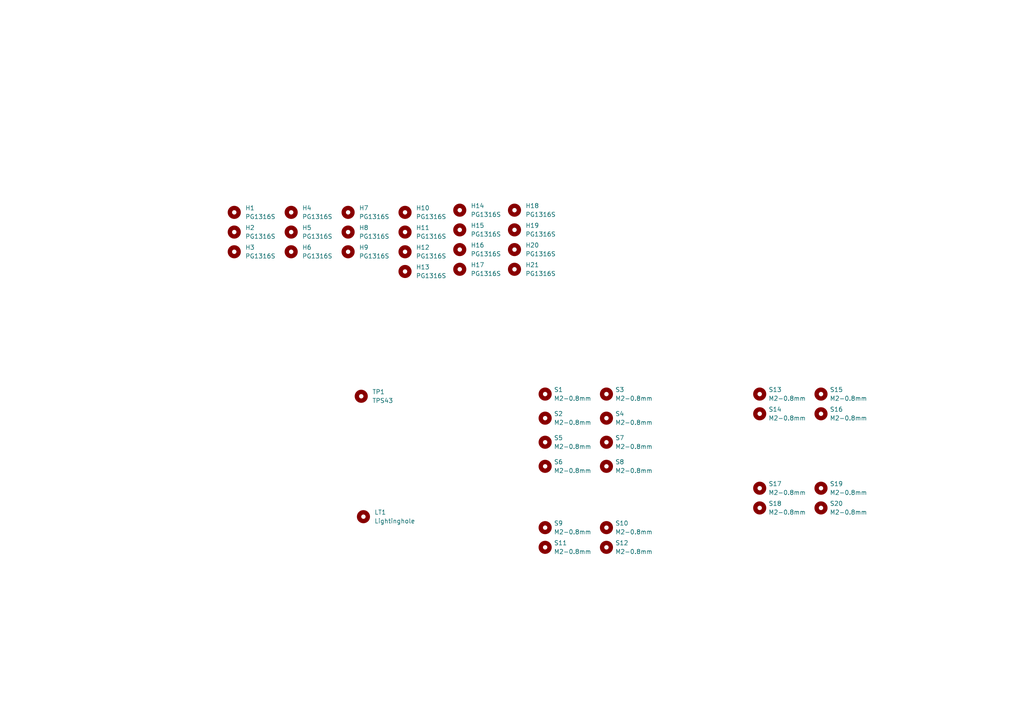
<source format=kicad_sch>
(kicad_sch (version 20230121) (generator eeschema)
  (paper "A4")
  (lib_symbols
    (symbol "Mechanical:MountingHole" (pin_names (offset 1.016))
      (property "Reference" "H" (at 0 5.08 0))
      (property "Value" "MountingHole" (at 0 3.175 0))
      (symbol "MountingHole_0_1"
        (circle (center 0 0) (radius 1.27) (stroke (width 1.27)))
      )
    )
  )
  (symbol (lib_id "Mechanical:MountingHole") (at 149.225 72.39 0) (unit 1)
    (property "Reference" "H20" (at 152.4 71.12 0) (effects (justify left)))
    (property "Value" "PG1316S" (at 152.4 73.66 0) (effects (justify left)))
    (property "Footprint" "DreaM117er-keebLibrary:SW_Kailh_PG1316S_Hole_1.00u" (effects hide))
  )
  (symbol (lib_id "Mechanical:MountingHole") (at 238.125 147.32 0) (unit 1)
    (property "Reference" "S20" (at 240.665 146.05 0) (effects (justify left)))
    (property "Value" "M2-0.8mm" (at 240.665 148.59 0) (effects (justify left)))
    (property "Footprint" "MountingHole:MountingHole_2.2mm_M2_DIN965" (effects hide))
  )
  (symbol (lib_id "Mechanical:MountingHole") (at 100.965 73.025 0) (unit 1)
    (property "Reference" "H9" (at 104.14 71.755 0) (effects (justify left)))
    (property "Value" "PG1316S" (at 104.14 74.295 0) (effects (justify left)))
    (property "Footprint" "DreaM117er-keebLibrary:SW_Kailh_PG1316S_Hole_1.00u" (effects hide))
  )
  (symbol (lib_id "Mechanical:MountingHole") (at 158.115 114.3 0) (unit 1)
    (property "Reference" "S1" (at 160.655 113.03 0) (effects (justify left)))
    (property "Value" "M2-0.8mm" (at 160.655 115.57 0) (effects (justify left)))
    (property "Footprint" "MountingHole:MountingHole_2.2mm_M2_DIN965" (effects hide))
  )
  (symbol (lib_id "Mechanical:MountingHole") (at 175.895 114.3 0) (unit 1)
    (property "Reference" "S3" (at 178.435 113.03 0) (effects (justify left)))
    (property "Value" "M2-0.8mm" (at 178.435 115.57 0) (effects (justify left)))
    (property "Footprint" "MountingHole:MountingHole_2.2mm_M2_DIN965" (effects hide))
  )
  (symbol (lib_id "Mechanical:MountingHole") (at 100.965 61.595 0) (unit 1)
    (property "Reference" "H7" (at 104.14 60.325 0) (effects (justify left)))
    (property "Value" "PG1316S" (at 104.14 62.865 0) (effects (justify left)))
    (property "Footprint" "DreaM117er-keebLibrary:SW_Kailh_PG1316S_Hole_1.00u" (effects hide))
  )
  (symbol (lib_id "Mechanical:MountingHole") (at 149.225 78.105 0) (unit 1)
    (property "Reference" "H21" (at 152.4 76.835 0) (effects (justify left)))
    (property "Value" "PG1316S" (at 152.4 79.375 0) (effects (justify left)))
    (property "Footprint" "DreaM117er-keebLibrary:SW_Kailh_PG1316S_Hole_1.00u" (effects hide))
  )
  (symbol (lib_id "Mechanical:MountingHole") (at 149.225 66.675 0) (unit 1)
    (property "Reference" "H19" (at 152.4 65.405 0) (effects (justify left)))
    (property "Value" "PG1316S" (at 152.4 67.945 0) (effects (justify left)))
    (property "Footprint" "DreaM117er-keebLibrary:SW_Kailh_PG1316S_Hole_1.00u" (effects hide))
  )
  (symbol (lib_id "Mechanical:MountingHole") (at 133.35 60.96 0) (unit 1)
    (property "Reference" "H14" (at 136.525 59.69 0) (effects (justify left)))
    (property "Value" "PG1316S" (at 136.525 62.23 0) (effects (justify left)))
    (property "Footprint" "DreaM117er-keebLibrary:SW_Kailh_PG1316S_Hole_1.00u" (effects hide))
  )
  (symbol (lib_id "Mechanical:MountingHole") (at 117.475 67.31 0) (unit 1)
    (property "Reference" "H11" (at 120.65 66.04 0) (effects (justify left)))
    (property "Value" "PG1316S" (at 120.65 68.58 0) (effects (justify left)))
    (property "Footprint" "DreaM117er-keebLibrary:SW_Kailh_PG1316S_Hole_1.00u" (effects hide))
  )
  (symbol (lib_id "Mechanical:MountingHole") (at 175.895 121.285 0) (unit 1)
    (property "Reference" "S4" (at 178.435 120.015 0) (effects (justify left)))
    (property "Value" "M2-0.8mm" (at 178.435 122.555 0) (effects (justify left)))
    (property "Footprint" "MountingHole:MountingHole_2.2mm_M2_DIN965" (effects hide))
  )
  (symbol (lib_id "Mechanical:MountingHole") (at 133.35 66.675 0) (unit 1)
    (property "Reference" "H15" (at 136.525 65.405 0) (effects (justify left)))
    (property "Value" "PG1316S" (at 136.525 67.945 0) (effects (justify left)))
    (property "Footprint" "DreaM117er-keebLibrary:SW_Kailh_PG1316S_Hole_1.00u" (effects hide))
  )
  (symbol (lib_id "Mechanical:MountingHole") (at 105.41 149.86 0) (unit 1)
    (property "Reference" "LT1" (at 108.585 148.59 0) (effects (justify left)))
    (property "Value" "Lightinghole" (at 108.585 151.13 0) (effects (justify left)))
    (property "Footprint" "DreaM117er-keebLibrary:Lighting_hole_9mm" (effects hide))
  )
  (symbol (lib_id "Mechanical:MountingHole") (at 117.475 73.025 0) (unit 1)
    (property "Reference" "H12" (at 120.65 71.755 0) (effects (justify left)))
    (property "Value" "PG1316S" (at 120.65 74.295 0) (effects (justify left)))
    (property "Footprint" "DreaM117er-keebLibrary:SW_Kailh_PG1316S_Hole_1.00u" (effects hide))
  )
  (symbol (lib_id "Mechanical:MountingHole") (at 175.895 153.035 0) (unit 1)
    (property "Reference" "S10" (at 178.435 151.765 0) (effects (justify left)))
    (property "Value" "M2-0.8mm" (at 178.435 154.305 0) (effects (justify left)))
    (property "Footprint" "MountingHole:MountingHole_2.2mm_M2_DIN965" (effects hide))
  )
  (symbol (lib_id "Mechanical:MountingHole") (at 238.125 141.605 0) (unit 1)
    (property "Reference" "S19" (at 240.665 140.335 0) (effects (justify left)))
    (property "Value" "M2-0.8mm" (at 240.665 142.875 0) (effects (justify left)))
    (property "Footprint" "MountingHole:MountingHole_2.2mm_M2_DIN965" (effects hide))
  )
  (symbol (lib_id "Mechanical:MountingHole") (at 100.965 67.31 0) (unit 1)
    (property "Reference" "H8" (at 104.14 66.04 0) (effects (justify left)))
    (property "Value" "PG1316S" (at 104.14 68.58 0) (effects (justify left)))
    (property "Footprint" "DreaM117er-keebLibrary:SW_Kailh_PG1316S_Hole_1.00u" (effects hide))
  )
  (symbol (lib_id "Mechanical:MountingHole") (at 175.895 135.255 0) (unit 1)
    (property "Reference" "S8" (at 178.435 133.985 0) (effects (justify left)))
    (property "Value" "M2-0.8mm" (at 178.435 136.525 0) (effects (justify left)))
    (property "Footprint" "MountingHole:MountingHole_2.2mm_M2_DIN965" (effects hide))
  )
  (symbol (lib_id "Mechanical:MountingHole") (at 220.345 120.015 0) (unit 1)
    (property "Reference" "S14" (at 222.885 118.745 0) (effects (justify left)))
    (property "Value" "M2-0.8mm" (at 222.885 121.285 0) (effects (justify left)))
    (property "Footprint" "MountingHole:MountingHole_2.2mm_M2_DIN965" (effects hide))
  )
  (symbol (lib_id "Mechanical:MountingHole") (at 220.345 147.32 0) (unit 1)
    (property "Reference" "S18" (at 222.885 146.05 0) (effects (justify left)))
    (property "Value" "M2-0.8mm" (at 222.885 148.59 0) (effects (justify left)))
    (property "Footprint" "MountingHole:MountingHole_2.2mm_M2_DIN965" (effects hide))
  )
  (symbol (lib_id "Mechanical:MountingHole") (at 84.455 73.025 0) (unit 1)
    (property "Reference" "H6" (at 87.63 71.755 0) (effects (justify left)))
    (property "Value" "PG1316S" (at 87.63 74.295 0) (effects (justify left)))
    (property "Footprint" "DreaM117er-keebLibrary:SW_Kailh_PG1316S_Hole_1.00u" (effects hide))
  )
  (symbol (lib_id "Mechanical:MountingHole") (at 117.475 78.74 0) (unit 1)
    (property "Reference" "H13" (at 120.65 77.47 0) (effects (justify left)))
    (property "Value" "PG1316S" (at 120.65 80.01 0) (effects (justify left)))
    (property "Footprint" "DreaM117er-keebLibrary:SW_Kailh_PG1316S_Hole_1.00u" (effects hide))
  )
  (symbol (lib_id "Mechanical:MountingHole") (at 158.115 121.285 0) (unit 1)
    (property "Reference" "S2" (at 160.655 120.015 0) (effects (justify left)))
    (property "Value" "M2-0.8mm" (at 160.655 122.555 0) (effects (justify left)))
    (property "Footprint" "MountingHole:MountingHole_2.2mm_M2_DIN965" (effects hide))
  )
  (symbol (lib_id "Mechanical:MountingHole") (at 117.475 61.595 0) (unit 1)
    (property "Reference" "H10" (at 120.65 60.325 0) (effects (justify left)))
    (property "Value" "PG1316S" (at 120.65 62.865 0) (effects (justify left)))
    (property "Footprint" "DreaM117er-keebLibrary:SW_Kailh_PG1316S_Hole_1.00u" (effects hide))
  )
  (symbol (lib_id "Mechanical:MountingHole") (at 67.945 67.31 0) (unit 1)
    (property "Reference" "H2" (at 71.12 66.04 0) (effects (justify left)))
    (property "Value" "PG1316S" (at 71.12 68.58 0) (effects (justify left)))
    (property "Footprint" "DreaM117er-keebLibrary:SW_Kailh_PG1316S_Hole_1.00u" (effects hide))
  )
  (symbol (lib_id "Mechanical:MountingHole") (at 238.125 120.015 0) (unit 1)
    (property "Reference" "S16" (at 240.665 118.745 0) (effects (justify left)))
    (property "Value" "M2-0.8mm" (at 240.665 121.285 0) (effects (justify left)))
    (property "Footprint" "MountingHole:MountingHole_2.2mm_M2_DIN965" (effects hide))
  )
  (symbol (lib_id "Mechanical:MountingHole") (at 158.115 128.27 0) (unit 1)
    (property "Reference" "S5" (at 160.655 127 0) (effects (justify left)))
    (property "Value" "M2-0.8mm" (at 160.655 129.54 0) (effects (justify left)))
    (property "Footprint" "MountingHole:MountingHole_2.2mm_M2_DIN965" (effects hide))
  )
  (symbol (lib_id "Mechanical:MountingHole") (at 220.345 141.605 0) (unit 1)
    (property "Reference" "S17" (at 222.885 140.335 0) (effects (justify left)))
    (property "Value" "M2-0.8mm" (at 222.885 142.875 0) (effects (justify left)))
    (property "Footprint" "MountingHole:MountingHole_2.2mm_M2_DIN965" (effects hide))
  )
  (symbol (lib_id "Mechanical:MountingHole") (at 67.945 61.595 0) (unit 1)
    (property "Reference" "H1" (at 71.12 60.325 0) (effects (justify left)))
    (property "Value" "PG1316S" (at 71.12 62.865 0) (effects (justify left)))
    (property "Footprint" "DreaM117er-keebLibrary:SW_Kailh_PG1316S_Hole_1.00u" (effects hide))
  )
  (symbol (lib_id "Mechanical:MountingHole") (at 104.775 114.935 0) (unit 1)
    (property "Reference" "TP1" (at 107.95 113.665 0) (effects (justify left)))
    (property "Value" "TPS43" (at 107.95 116.205 0) (effects (justify left)))
    (property "Footprint" "DreaM117er-keebLibrary:Azoteq_TPS43_201A_S" (effects hide))
  )
  (symbol (lib_id "Mechanical:MountingHole") (at 67.945 73.025 0) (unit 1)
    (property "Reference" "H3" (at 71.12 71.755 0) (effects (justify left)))
    (property "Value" "PG1316S" (at 71.12 74.295 0) (effects (justify left)))
    (property "Footprint" "DreaM117er-keebLibrary:SW_Kailh_PG1316S_Hole_1.00u" (effects hide))
  )
  (symbol (lib_id "Mechanical:MountingHole") (at 175.895 128.27 0) (unit 1)
    (property "Reference" "S7" (at 178.435 127 0) (effects (justify left)))
    (property "Value" "M2-0.8mm" (at 178.435 129.54 0) (effects (justify left)))
    (property "Footprint" "MountingHole:MountingHole_2.2mm_M2_DIN965" (effects hide))
  )
  (symbol (lib_id "Mechanical:MountingHole") (at 84.455 67.31 0) (unit 1)
    (property "Reference" "H5" (at 87.63 66.04 0) (effects (justify left)))
    (property "Value" "PG1316S" (at 87.63 68.58 0) (effects (justify left)))
    (property "Footprint" "DreaM117er-keebLibrary:SW_Kailh_PG1316S_Hole_1.00u" (effects hide))
  )
  (symbol (lib_id "Mechanical:MountingHole") (at 133.35 72.39 0) (unit 1)
    (property "Reference" "H16" (at 136.525 71.12 0) (effects (justify left)))
    (property "Value" "PG1316S" (at 136.525 73.66 0) (effects (justify left)))
    (property "Footprint" "DreaM117er-keebLibrary:SW_Kailh_PG1316S_Hole_1.00u" (effects hide))
  )
  (symbol (lib_id "Mechanical:MountingHole") (at 84.455 61.595 0) (unit 1)
    (property "Reference" "H4" (at 87.63 60.325 0) (effects (justify left)))
    (property "Value" "PG1316S" (at 87.63 62.865 0) (effects (justify left)))
    (property "Footprint" "DreaM117er-keebLibrary:SW_Kailh_PG1316S_Hole_1.00u" (effects hide))
  )
  (symbol (lib_id "Mechanical:MountingHole") (at 149.225 60.96 0) (unit 1)
    (property "Reference" "H18" (at 152.4 59.69 0) (effects (justify left)))
    (property "Value" "PG1316S" (at 152.4 62.23 0) (effects (justify left)))
    (property "Footprint" "DreaM117er-keebLibrary:SW_Kailh_PG1316S_Hole_1.00u" (effects hide))
  )
  (symbol (lib_id "Mechanical:MountingHole") (at 158.115 153.035 0) (unit 1)
    (property "Reference" "S9" (at 160.655 151.765 0) (effects (justify left)))
    (property "Value" "M2-0.8mm" (at 160.655 154.305 0) (effects (justify left)))
    (property "Footprint" "MountingHole:MountingHole_2.2mm_M2_DIN965" (effects hide))
  )
  (symbol (lib_id "Mechanical:MountingHole") (at 158.115 158.75 0) (unit 1)
    (property "Reference" "S11" (at 160.655 157.48 0) (effects (justify left)))
    (property "Value" "M2-0.8mm" (at 160.655 160.02 0) (effects (justify left)))
    (property "Footprint" "MountingHole:MountingHole_2.2mm_M2_DIN965" (effects hide))
  )
  (symbol (lib_id "Mechanical:MountingHole") (at 175.895 158.75 0) (unit 1)
    (property "Reference" "S12" (at 178.435 157.48 0) (effects (justify left)))
    (property "Value" "M2-0.8mm" (at 178.435 160.02 0) (effects (justify left)))
    (property "Footprint" "MountingHole:MountingHole_2.2mm_M2_DIN965" (effects hide))
  )
  (symbol (lib_id "Mechanical:MountingHole") (at 133.35 78.105 0) (unit 1)
    (property "Reference" "H17" (at 136.525 76.835 0) (effects (justify left)))
    (property "Value" "PG1316S" (at 136.525 79.375 0) (effects (justify left)))
    (property "Footprint" "DreaM117er-keebLibrary:SW_Kailh_PG1316S_Hole_1.00u" (effects hide))
  )
  (symbol (lib_id "Mechanical:MountingHole") (at 238.125 114.3 0) (unit 1)
    (property "Reference" "S15" (at 240.665 113.03 0) (effects (justify left)))
    (property "Value" "M2-0.8mm" (at 240.665 115.57 0) (effects (justify left)))
    (property "Footprint" "MountingHole:MountingHole_2.2mm_M2_DIN965" (effects hide))
  )
  (symbol (lib_id "Mechanical:MountingHole") (at 220.345 114.3 0) (unit 1)
    (property "Reference" "S13" (at 222.885 113.03 0) (effects (justify left)))
    (property "Value" "M2-0.8mm" (at 222.885 115.57 0) (effects (justify left)))
    (property "Footprint" "MountingHole:MountingHole_2.2mm_M2_DIN965" (effects hide))
  )
  (symbol (lib_id "Mechanical:MountingHole") (at 158.115 135.255 0) (unit 1)
    (property "Reference" "S6" (at 160.655 133.985 0) (effects (justify left)))
    (property "Value" "M2-0.8mm" (at 160.655 136.525 0) (effects (justify left)))
    (property "Footprint" "MountingHole:MountingHole_2.2mm_M2_DIN965" (effects hide))
  )
)
</source>
